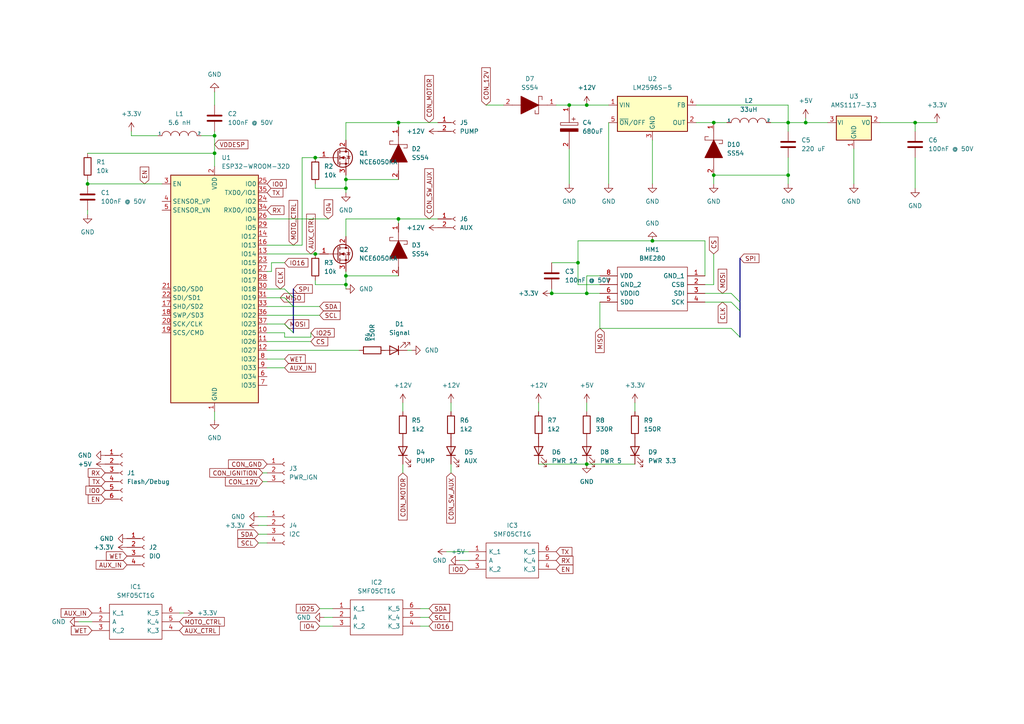
<source format=kicad_sch>
(kicad_sch (version 20211123) (generator eeschema)
  (paper "A4")
  (junction (at 170.18 30.48))
  (junction (at 424.18 81.28))
  (junction (at 91.44 45.72))
  (junction (at 233.68 35.56))
  (junction (at 370.84 99.06))
  (junction (at 91.44 73.66))
  (junction (at 370.84 85.09))
  (junction (at 345.44 99.06))
  (junction (at 189.23 69.85))
  (junction (at 335.28 99.06))
  (junction (at 170.18 134.62))
  (junction (at 501.65 143.51))
  (junction (at 448.31 76.2))
  (junction (at 335.28 73.66))
  (junction (at 228.6 50.8))
  (junction (at 165.1 30.48))
  (junction (at 486.41 138.43))
  (junction (at 345.44 73.66))
  (junction (at 160.02 85.09))
  (junction (at 207.01 35.56))
  (junction (at 443.23 162.56))
  (junction (at 356.87 73.66))
  (junction (at 207.01 50.8))
  (junction (at 374.65 115.57))
  (junction (at 167.64 76.2))
  (junction (at 448.31 63.5))
  (junction (at 440.69 53.34))
  (junction (at 100.33 80.01))
  (junction (at 322.58 99.06))
  (junction (at 345.44 127))
  (junction (at 370.84 115.57))
  (junction (at 445.77 162.56))
  (junction (at 115.57 63.5))
  (junction (at 115.57 35.56))
  (junction (at 100.33 52.07))
  (junction (at 488.95 86.36))
  (junction (at 100.33 54.61))
  (junction (at 358.14 127))
  (junction (at 448.31 43.18))
  (junction (at 62.23 44.45))
  (junction (at 170.18 85.09))
  (junction (at 228.6 35.56))
  (junction (at 448.31 162.56))
  (junction (at 100.33 82.55))
  (junction (at 424.18 68.58))
  (junction (at 335.28 127))
  (junction (at 62.23 39.37))
  (junction (at 486.41 146.05))
  (junction (at 411.48 115.57))
  (junction (at 25.4 53.34))
  (junction (at 389.89 115.57))
  (junction (at 265.43 35.56))
  (junction (at 478.79 69.85))
  (bus_entry (at 212.09 85.09) (size 2.54 2.54))
  (bus_entry (at 82.55 86.36) (size 2.54 2.54))
  (bus_entry (at 82.55 83.82) (size 2.54 2.54))
  (bus_entry (at 212.09 95.25) (size 2.54 2.54))
  (bus_entry (at 82.55 93.98) (size 2.54 2.54))
  (bus_entry (at 212.09 87.63) (size 2.54 2.54))
  (wire (pts (xy 58.42 39.37) (xy 62.23 39.37)))
  (wire (pts (xy 100.33 40.64) (xy 100.33 35.56)))
  (wire (pts (xy 345.44 127) (xy 358.14 127)))
  (wire (pts (xy 515.62 97.79) (xy 515.62 102.87)))
  (wire (pts (xy 100.33 52.07) (xy 115.57 52.07)))
  (wire (pts (xy 384.81 115.57) (xy 386.08 115.57)))
  (wire (pts (xy 478.79 146.05) (xy 486.41 146.05)))
  (wire (pts (xy 448.31 162.56) (xy 448.31 158.75)))
  (wire (pts (xy 478.79 138.43) (xy 486.41 138.43)))
  (wire (pts (xy 74.93 154.94) (xy 77.47 154.94)))
  (wire (pts (xy 466.09 113.03) (xy 472.44 113.03)))
  (wire (pts (xy 438.15 53.34) (xy 440.69 53.34)))
  (wire (pts (xy 377.19 99.06) (xy 377.19 100.33)))
  (wire (pts (xy 356.87 85.09) (xy 370.84 85.09)))
  (wire (pts (xy 100.33 78.74) (xy 100.33 80.01)))
  (wire (pts (xy 478.79 60.96) (xy 478.79 69.85)))
  (wire (pts (xy 78.74 78.74) (xy 77.47 78.74)))
  (wire (pts (xy 161.29 30.48) (xy 165.1 30.48)))
  (wire (pts (xy 322.58 88.9) (xy 322.58 86.36)))
  (wire (pts (xy 445.77 162.56) (xy 448.31 162.56)))
  (wire (pts (xy 345.44 73.66) (xy 356.87 73.66)))
  (wire (pts (xy 370.84 95.25) (xy 370.84 99.06)))
  (wire (pts (xy 115.57 35.56) (xy 127 35.56)))
  (wire (pts (xy 22.86 180.34) (xy 26.67 180.34)))
  (wire (pts (xy 486.41 135.89) (xy 486.41 138.43)))
  (wire (pts (xy 424.18 68.58) (xy 424.18 69.85)))
  (wire (pts (xy 466.09 115.57) (xy 472.44 115.57)))
  (wire (pts (xy 93.98 179.07) (xy 96.52 179.07)))
  (wire (pts (xy 100.33 80.01) (xy 115.57 80.01)))
  (wire (pts (xy 374.65 115.57) (xy 370.84 115.57)))
  (wire (pts (xy 92.71 176.53) (xy 96.52 176.53)))
  (wire (pts (xy 345.44 99.06) (xy 335.28 99.06)))
  (wire (pts (xy 91.44 53.34) (xy 91.44 54.61)))
  (wire (pts (xy 87.63 45.72) (xy 91.44 45.72)))
  (wire (pts (xy 356.87 73.66) (xy 370.84 73.66)))
  (wire (pts (xy 335.28 127) (xy 345.44 127)))
  (wire (pts (xy 466.09 148.59) (xy 469.9 148.59)))
  (wire (pts (xy 189.23 69.85) (xy 204.47 69.85)))
  (wire (pts (xy 140.97 30.48) (xy 146.05 30.48)))
  (wire (pts (xy 335.28 73.66) (xy 345.44 73.66)))
  (wire (pts (xy 440.69 162.56) (xy 443.23 162.56)))
  (bus (pts (xy 85.09 83.82) (xy 85.09 86.36)))
  (wire (pts (xy 255.27 35.56) (xy 265.43 35.56)))
  (wire (pts (xy 25.4 60.96) (xy 25.4 62.23)))
  (wire (pts (xy 25.4 53.34) (xy 46.99 53.34)))
  (wire (pts (xy 167.64 82.55) (xy 167.64 76.2)))
  (wire (pts (xy 77.47 73.66) (xy 91.44 73.66)))
  (wire (pts (xy 411.48 123.19) (xy 411.48 125.73)))
  (wire (pts (xy 425.45 53.34) (xy 430.53 53.34)))
  (wire (pts (xy 170.18 134.62) (xy 184.15 134.62)))
  (wire (pts (xy 478.79 69.85) (xy 478.79 92.71)))
  (wire (pts (xy 326.39 127) (xy 335.28 127)))
  (wire (pts (xy 74.93 149.86) (xy 77.47 149.86)))
  (wire (pts (xy 478.79 143.51) (xy 478.79 146.05)))
  (wire (pts (xy 62.23 119.38) (xy 62.23 121.92)))
  (wire (pts (xy 201.93 35.56) (xy 207.01 35.56)))
  (wire (pts (xy 204.47 82.55) (xy 207.01 82.55)))
  (wire (pts (xy 356.87 81.28) (xy 356.87 85.09)))
  (wire (pts (xy 466.09 151.13) (xy 469.9 151.13)))
  (wire (pts (xy 488.95 93.98) (xy 488.95 96.52)))
  (wire (pts (xy 326.39 73.66) (xy 326.39 78.74)))
  (wire (pts (xy 165.1 30.48) (xy 170.18 30.48)))
  (wire (pts (xy 501.65 128.27) (xy 501.65 143.51)))
  (wire (pts (xy 77.47 104.14) (xy 82.55 104.14)))
  (wire (pts (xy 25.4 44.45) (xy 62.23 44.45)))
  (wire (pts (xy 82.55 76.2) (xy 78.74 76.2)))
  (wire (pts (xy 204.47 85.09) (xy 212.09 85.09)))
  (wire (pts (xy 100.33 35.56) (xy 115.57 35.56)))
  (wire (pts (xy 358.14 115.57) (xy 370.84 115.57)))
  (wire (pts (xy 173.99 82.55) (xy 167.64 82.55)))
  (wire (pts (xy 100.33 63.5) (xy 115.57 63.5)))
  (wire (pts (xy 77.47 83.82) (xy 82.55 83.82)))
  (wire (pts (xy 411.48 115.57) (xy 425.45 115.57)))
  (wire (pts (xy 370.84 87.63) (xy 370.84 85.09)))
  (wire (pts (xy 448.31 40.64) (xy 448.31 43.18)))
  (wire (pts (xy 455.93 63.5) (xy 462.28 63.5)))
  (wire (pts (xy 170.18 85.09) (xy 173.99 85.09)))
  (wire (pts (xy 124.46 181.61) (xy 121.92 181.61)))
  (bus (pts (xy 214.63 74.93) (xy 214.63 87.63)))
  (wire (pts (xy 410.21 68.58) (xy 412.75 68.58)))
  (wire (pts (xy 424.18 77.47) (xy 424.18 81.28)))
  (wire (pts (xy 448.31 76.2) (xy 448.31 92.71)))
  (wire (pts (xy 170.18 80.01) (xy 170.18 85.09)))
  (wire (pts (xy 440.69 92.71) (xy 440.69 53.34)))
  (wire (pts (xy 124.46 179.07) (xy 121.92 179.07)))
  (wire (pts (xy 450.85 162.56) (xy 448.31 162.56)))
  (wire (pts (xy 326.39 111.76) (xy 322.58 111.76)))
  (wire (pts (xy 204.47 69.85) (xy 204.47 80.01)))
  (wire (pts (xy 100.33 82.55) (xy 100.33 83.82)))
  (wire (pts (xy 38.1 39.37) (xy 45.72 39.37)))
  (wire (pts (xy 345.44 99.06) (xy 345.44 119.38)))
  (wire (pts (xy 77.47 86.36) (xy 82.55 86.36)))
  (wire (pts (xy 77.47 88.9) (xy 85.09 88.9)))
  (wire (pts (xy 478.79 140.97) (xy 478.79 138.43)))
  (wire (pts (xy 345.44 81.28) (xy 345.44 99.06)))
  (wire (pts (xy 440.69 158.75) (xy 440.69 162.56)))
  (wire (pts (xy 204.47 87.63) (xy 212.09 87.63)))
  (wire (pts (xy 486.41 146.05) (xy 486.41 149.86)))
  (wire (pts (xy 377.19 115.57) (xy 374.65 115.57)))
  (wire (pts (xy 74.93 152.4) (xy 77.47 152.4)))
  (wire (pts (xy 443.23 162.56) (xy 445.77 162.56)))
  (wire (pts (xy 247.65 43.18) (xy 247.65 53.34)))
  (wire (pts (xy 488.95 86.36) (xy 495.3 86.36)))
  (wire (pts (xy 420.37 81.28) (xy 424.18 81.28)))
  (bus (pts (xy 214.63 90.17) (xy 214.63 97.79)))
  (wire (pts (xy 424.18 64.77) (xy 424.18 68.58)))
  (wire (pts (xy 381 125.73) (xy 381 118.11)))
  (wire (pts (xy 420.37 68.58) (xy 424.18 68.58)))
  (wire (pts (xy 78.74 76.2) (xy 78.74 78.74)))
  (wire (pts (xy 381 144.78) (xy 389.89 144.78)))
  (wire (pts (xy 381 133.35) (xy 381 137.16)))
  (wire (pts (xy 265.43 35.56) (xy 271.78 35.56)))
  (wire (pts (xy 62.23 38.1) (xy 62.23 39.37)))
  (wire (pts (xy 466.09 140.97) (xy 478.79 140.97)))
  (wire (pts (xy 62.23 44.45) (xy 62.23 48.26)))
  (wire (pts (xy 110.49 101.6) (xy 111.76 101.6)))
  (wire (pts (xy 358.14 127) (xy 370.84 127)))
  (wire (pts (xy 91.44 45.72) (xy 92.71 45.72)))
  (wire (pts (xy 370.84 99.06) (xy 345.44 99.06)))
  (wire (pts (xy 228.6 30.48) (xy 228.6 35.56)))
  (wire (pts (xy 377.19 99.06) (xy 370.84 99.06)))
  (wire (pts (xy 115.57 35.56) (xy 115.57 36.83)))
  (wire (pts (xy 76.2 139.7) (xy 77.47 139.7)))
  (wire (pts (xy 335.28 99.06) (xy 322.58 99.06)))
  (wire (pts (xy 62.23 39.37) (xy 62.23 44.45)))
  (wire (pts (xy 77.47 96.52) (xy 82.55 96.52)))
  (wire (pts (xy 322.58 99.06) (xy 322.58 102.87)))
  (wire (pts (xy 87.63 71.12) (xy 87.63 45.72)))
  (wire (pts (xy 167.64 69.85) (xy 189.23 69.85)))
  (wire (pts (xy 410.21 81.28) (xy 412.75 81.28)))
  (wire (pts (xy 370.84 99.06) (xy 370.84 105.41)))
  (wire (pts (xy 445.77 158.75) (xy 445.77 162.56)))
  (wire (pts (xy 228.6 50.8) (xy 228.6 53.34)))
  (wire (pts (xy 265.43 35.56) (xy 265.43 38.1)))
  (wire (pts (xy 466.09 102.87) (xy 472.44 102.87)))
  (wire (pts (xy 389.89 115.57) (xy 389.89 107.95)))
  (wire (pts (xy 515.62 78.74) (xy 515.62 83.82)))
  (wire (pts (xy 450.85 158.75) (xy 450.85 162.56)))
  (wire (pts (xy 228.6 35.56) (xy 233.68 35.56)))
  (wire (pts (xy 77.47 101.6) (xy 104.14 101.6)))
  (wire (pts (xy 486.41 128.27) (xy 501.65 128.27)))
  (wire (pts (xy 443.23 158.75) (xy 443.23 162.56)))
  (wire (pts (xy 100.33 52.07) (xy 100.33 54.61)))
  (wire (pts (xy 389.89 107.95) (xy 425.45 107.95)))
  (wire (pts (xy 233.68 34.29) (xy 233.68 35.56)))
  (wire (pts (xy 116.84 116.84) (xy 116.84 119.38)))
  (bus (pts (xy 85.09 88.9) (xy 85.09 96.52)))
  (wire (pts (xy 173.99 80.01) (xy 170.18 80.01)))
  (wire (pts (xy 358.14 119.38) (xy 358.14 115.57)))
  (wire (pts (xy 326.39 119.38) (xy 326.39 127)))
  (wire (pts (xy 119.38 101.6) (xy 118.11 101.6)))
  (wire (pts (xy 515.62 90.17) (xy 515.62 91.44)))
  (wire (pts (xy 440.69 53.34) (xy 440.69 43.18)))
  (wire (pts (xy 386.08 115.57) (xy 386.08 105.41)))
  (wire (pts (xy 77.47 93.98) (xy 82.55 93.98)))
  (wire (pts (xy 100.33 54.61) (xy 100.33 55.88)))
  (bus (pts (xy 85.09 86.36) (xy 85.09 88.9)))
  (wire (pts (xy 76.2 137.16) (xy 77.47 137.16)))
  (wire (pts (xy 400.05 115.57) (xy 411.48 115.57)))
  (wire (pts (xy 100.33 50.8) (xy 100.33 52.07)))
  (wire (pts (xy 100.33 80.01) (xy 100.33 82.55)))
  (wire (pts (xy 156.21 134.62) (xy 170.18 134.62)))
  (wire (pts (xy 38.1 38.1) (xy 38.1 39.37)))
  (wire (pts (xy 90.17 97.79) (xy 90.17 96.52)))
  (wire (pts (xy 160.02 83.82) (xy 160.02 85.09)))
  (wire (pts (xy 466.09 118.11) (xy 472.44 118.11)))
  (wire (pts (xy 173.99 95.25) (xy 173.99 87.63)))
  (wire (pts (xy 201.93 30.48) (xy 228.6 30.48)))
  (wire (pts (xy 322.58 86.36) (xy 326.39 86.36)))
  (bus (pts (xy 214.63 87.63) (xy 214.63 90.17)))
  (wire (pts (xy 455.93 76.2) (xy 461.01 76.2)))
  (wire (pts (xy 100.33 68.58) (xy 100.33 63.5)))
  (wire (pts (xy 91.44 54.61) (xy 100.33 54.61)))
  (wire (pts (xy 466.09 120.65) (xy 472.44 120.65)))
  (wire (pts (xy 370.84 85.09) (xy 375.92 85.09)))
  (wire (pts (xy 92.71 181.61) (xy 96.52 181.61)))
  (wire (pts (xy 207.01 50.8) (xy 207.01 53.34)))
  (wire (pts (xy 450.85 92.71) (xy 478.79 92.71)))
  (wire (pts (xy 411.48 138.43) (xy 425.45 138.43)))
  (wire (pts (xy 77.47 63.5) (xy 95.25 63.5)))
  (wire (pts (xy 165.1 43.18) (xy 165.1 53.34)))
  (wire (pts (xy 386.08 105.41) (xy 425.45 105.41)))
  (wire (pts (xy 448.31 53.34) (xy 448.31 63.5)))
  (wire (pts (xy 466.09 107.95) (xy 508 107.95)))
  (wire (pts (xy 443.23 86.36) (xy 488.95 86.36)))
  (wire (pts (xy 448.31 163.83) (xy 448.31 162.56)))
  (wire (pts (xy 25.4 52.07) (xy 25.4 53.34)))
  (wire (pts (xy 491.49 69.85) (xy 486.41 69.85)))
  (wire (pts (xy 207.01 73.66) (xy 207.01 82.55)))
  (wire (pts (xy 448.31 43.18) (xy 448.31 45.72)))
  (wire (pts (xy 82.55 96.52) (xy 82.55 97.79)))
  (wire (pts (xy 115.57 63.5) (xy 115.57 64.77)))
  (wire (pts (xy 53.34 177.8) (xy 52.07 177.8)))
  (wire (pts (xy 370.84 115.57) (xy 370.84 113.03)))
  (wire (pts (xy 130.81 116.84) (xy 130.81 119.38)))
  (wire (pts (xy 184.15 116.84) (xy 184.15 119.38)))
  (wire (pts (xy 85.09 88.9) (xy 92.71 88.9)))
  (wire (pts (xy 77.47 99.06) (xy 90.17 99.06)))
  (wire (pts (xy 115.57 63.5) (xy 127 63.5)))
  (wire (pts (xy 381 118.11) (xy 374.65 118.11)))
  (wire (pts (xy 62.23 26.67) (xy 62.23 30.48)))
  (wire (pts (xy 466.09 143.51) (xy 478.79 143.51)))
  (wire (pts (xy 335.28 81.28) (xy 335.28 99.06)))
  (wire (pts (xy 335.28 99.06) (xy 335.28 119.38)))
  (wire (pts (xy 129.54 160.02) (xy 135.89 160.02)))
  (wire (pts (xy 91.44 82.55) (xy 100.33 82.55)))
  (wire (pts (xy 445.77 92.71) (xy 445.77 81.28)))
  (wire (pts (xy 160.02 85.09) (xy 170.18 85.09)))
  (wire (pts (xy 82.55 97.79) (xy 90.17 97.79)))
  (wire (pts (xy 389.89 115.57) (xy 392.43 115.57)))
  (wire (pts (xy 322.58 96.52) (xy 322.58 99.06)))
  (wire (pts (xy 176.53 35.56) (xy 176.53 53.34)))
  (wire (pts (xy 223.52 35.56) (xy 228.6 35.56)))
  (wire (pts (xy 170.18 116.84) (xy 170.18 119.38)))
  (wire (pts (xy 383.54 85.09) (xy 383.54 102.87)))
  (wire (pts (xy 228.6 35.56) (xy 228.6 38.1)))
  (wire (pts (xy 207.01 35.56) (xy 210.82 35.56)))
  (wire (pts (xy 133.35 162.56) (xy 135.89 162.56)))
  (wire (pts (xy 91.44 81.28) (xy 91.44 82.55)))
  (wire (pts (xy 160.02 76.2) (xy 167.64 76.2)))
  (wire (pts (xy 486.41 157.48) (xy 501.65 157.48)))
  (wire (pts (xy 130.81 137.16) (xy 130.81 134.62)))
  (wire (pts (xy 77.47 91.44) (xy 92.71 91.44)))
  (wire (pts (xy 228.6 50.8) (xy 207.01 50.8)))
  (wire (pts (xy 322.58 111.76) (xy 322.58 110.49)))
  (wire (pts (xy 440.69 43.18) (xy 448.31 43.18)))
  (wire (pts (xy 389.89 144.78) (xy 389.89 115.57)))
  (wire (pts (xy 116.84 137.16) (xy 116.84 134.62)))
  (wire (pts (xy 91.44 73.66) (xy 92.71 73.66)))
  (wire (pts (xy 87.63 71.12) (xy 77.47 71.12)))
  (wire (pts (xy 370.84 115.57) (xy 370.84 119.38)))
  (wire (pts (xy 233.68 35.56) (xy 240.03 35.56)))
  (wire (pts (xy 124.46 176.53) (xy 121.92 176.53)))
  (wire (pts (xy 448.31 63.5) (xy 448.31 76.2)))
  (wire (pts (xy 156.21 116.84) (xy 156.21 119.38)))
  (wire (pts (xy 167.64 76.2) (xy 167.64 69.85)))
  (wire (pts (xy 411.48 149.86) (xy 411.48 146.05)))
  (wire (pts (xy 265.43 45.72) (xy 265.43 54.61)))
  (wire (pts (xy 326.39 73.66) (xy 335.28 73.66)))
  (wire (pts (xy 170.18 30.48) (xy 176.53 30.48)))
  (wire (pts (xy 443.23 92.71) (xy 443.23 86.36)))
  (wire (pts (xy 383.54 102.87) (xy 425.45 102.87)))
  (wire (pts (xy 374.65 118.11) (xy 374.65 115.57)))
  (wire (pts (xy 515.62 113.03) (xy 515.62 115.57)))
  (wire (pts (xy 189.23 40.64) (xy 189.23 53.34)))
  (wire (pts (xy 77.47 106.68) (xy 82.55 106.68)))
  (wire (pts (xy 445.77 81.28) (xy 424.18 81.28)))
  (wire (pts (xy 501.65 157.48) (xy 501.65 143.51)))
  (wire (pts (xy 212.09 95.25) (xy 173.99 95.25)))
  (wire (pts (xy 74.93 157.48) (xy 77.47 157.48)))
  (wire (pts (xy 228.6 45.72) (xy 228.6 50.8)))
  (wire (pts (xy 370.84 85.09) (xy 370.84 81.28)))
  (text "This selects SPI\npls double check" (at 464.82 157.48 0) (effects (font (size 1.27 1.27)) (justify left bottom)))
  (text "Vcc internal VREG\n" (at 436.88 27.94 0) (effects (font (size 1.27 1.27)) (justify left bottom)))
  (global_label "AUX_CTRL" (shape input) (at 52.07 182.88 0) (property "Intersheet References" "${INTERSHEET_REFS}" (effects hide)))
  (global_label "CS" (shape input) (at 207.01 73.66 90) (property "Intersheet References" "${INTERSHEET_REFS}" (effects hide)))
  (global_label "CLK" (shape input) (at 209.55 87.63 270) (property "Intersheet References" "${INTERSHEET_REFS}" (effects hide)))
  (global_label "IO25" (shape input) (at 92.71 176.53 180) (property "Intersheet References" "${INTERSHEET_REFS}" (effects hide)))
  (global_label "MISO" (shape input) (at 81.28 86.36 0) (property "Intersheet References" "${INTERSHEET_REFS}" (effects hide)))
  (global_label "IO0" (shape input) (at 30.48 142.24 180) (property "Intersheet References" "${INTERSHEET_REFS}" (effects hide)))
  (global_label "SCL" (shape input) (at 472.44 120.65 0) (property "Intersheet References" "${INTERSHEET_REFS}" (effects hide)))
  (global_label "WET" (shape input) (at 26.67 182.88 180) (property "Intersheet References" "${INTERSHEET_REFS}" (effects hide)))
  (global_label "MOTO_CTRL" (shape input) (at 52.07 180.34 0) (property "Intersheet References" "${INTERSHEET_REFS}" (effects hide)))
  (global_label "AUX_IN" (shape input) (at 82.55 106.68 0) (property "Intersheet References" "${INTERSHEET_REFS}" (effects hide)))
  (global_label "MOSI" (shape input) (at 82.55 93.98 0) (property "Intersheet References" "${INTERSHEET_REFS}" (effects hide)))
  (global_label "IO4" (shape input) (at 95.25 63.5 90) (property "Intersheet References" "${INTERSHEET_REFS}" (effects hide)))
  (global_label "AUX_CTRL" (shape input) (at 90.17 73.66 90) (property "Intersheet References" "${INTERSHEET_REFS}" (effects hide)))
  (global_label "WET" (shape input) (at 82.55 104.14 0) (property "Intersheet References" "${INTERSHEET_REFS}" (effects hide)))
  (global_label "SDA" (shape input) (at 92.71 88.9 0) (property "Intersheet References" "${INTERSHEET_REFS}" (effects hide)))
  (global_label "CON_MOTOR" (shape input) (at 116.84 137.16 270) (property "Intersheet References" "${INTERSHEET_REFS}" (effects hide)))
  (global_label "AUX_IN" (shape input) (at 26.67 177.8 180) (property "Intersheet References" "${INTERSHEET_REFS}" (effects hide)))
  (global_label "MISO" (shape input) (at 472.44 118.11 0) (property "Intersheet References" "${INTERSHEET_REFS}" (effects hide)))
  (global_label "TX" (shape input) (at 77.47 55.88 0) (property "Intersheet References" "${INTERSHEET_REFS}" (effects hide)))
  (global_label "RST" (shape input) (at 472.44 102.87 0) (property "Intersheet References" "${INTERSHEET_REFS}" (effects hide)))
  (global_label "SDA" (shape input) (at 124.46 176.53 0) (property "Intersheet References" "${INTERSHEET_REFS}" (effects hide)))
  (global_label "SCL" (shape input) (at 124.46 179.07 0) (property "Intersheet References" "${INTERSHEET_REFS}" (effects hide)))
  (global_label "TX" (shape input) (at 161.29 160.02 0) (property "Intersheet References" "${INTERSHEET_REFS}" (effects hide)))
  (global_label "MISO" (shape input) (at 173.99 95.25 270) (property "Intersheet References" "${INTERSHEET_REFS}" (effects hide)))
  (global_label "VDDESP" (shape input) (at 62.23 41.91 0) (property "Intersheet References" "${INTERSHEET_REFS}" (effects hide)))
  (global_label "CON_SW_AUX" (shape input) (at 124.46 63.5 90) (property "Intersheet References" "${INTERSHEET_REFS}" (effects hide)))
  (global_label "RX" (shape input) (at 161.29 162.56 0) (property "Intersheet References" "${INTERSHEET_REFS}" (effects hide)))
  (global_label "CS" (shape input) (at 90.17 99.06 0) (property "Intersheet References" "${INTERSHEET_REFS}" (effects hide)))
  (global_label "IO0" (shape input) (at 135.89 165.1 180) (property "Intersheet References" "${INTERSHEET_REFS}" (effects hide)))
  (global_label "EN" (shape input) (at 41.91 53.34 90) (property "Intersheet References" "${INTERSHEET_REFS}" (effects hide)))
  (global_label "SDA" (shape input) (at 74.93 154.94 180) (property "Intersheet References" "${INTERSHEET_REFS}" (effects hide)))
  (global_label "EN" (shape input) (at 161.29 165.1 0) (property "Intersheet References" "${INTERSHEET_REFS}" (effects hide)))
  (global_label "EN" (shape input) (at 30.48 144.78 180) (property "Intersheet References" "${INTERSHEET_REFS}" (effects hide)))
  (global_label "SPI" (shape input) (at 85.09 83.82 0) (property "Intersheet References" "${INTERSHEET_REFS}" (effects hide)))
  (global_label "IO25" (shape input) (at 90.17 96.52 0) (property "Intersheet References" "${INTERSHEET_REFS}" (effects hide)))
  (global_label "CON_SW_AUX" (shape input) (at 130.81 137.16 270) (property "Intersheet References" "${INTERSHEET_REFS}" (effects hide)))
  (global_label "MOSI" (shape input) (at 472.44 115.57 0) (property "Intersheet References" "${INTERSHEET_REFS}" (effects hide)))
  (global_label "CON_IGNITION" (shape input) (at 76.2 137.16 180) (property "Intersheet References" "${INTERSHEET_REFS}" (effects hide)))
  (global_label "SCL" (shape input) (at 74.93 157.48 180) (property "Intersheet References" "${INTERSHEET_REFS}" (effects hide)))
  (global_label "CON_MOTOR" (shape input) (at 124.46 35.56 90) (property "Intersheet References" "${INTERSHEET_REFS}" (effects hide)))
  (global_label "AUX_IN" (shape input) (at 36.83 163.83 180) (property "Intersheet References" "${INTERSHEET_REFS}" (effects hide)))
  (global_label "TX" (shape input) (at 30.48 139.7 180) (property "Intersheet References" "${INTERSHEET_REFS}" (effects hide)))
  (global_label "IO4" (shape input) (at 92.71 181.61 180) (property "Intersheet References" "${INTERSHEET_REFS}" (effects hide)))
  (global_label "IO0" (shape input) (at 77.47 53.34 0) (property "Intersheet References" "${INTERSHEET_REFS}" (effects hide)))
  (global_label "CON_12V" (shape input) (at 76.2 139.7 180) (property "Intersheet References" "${INTERSHEET_REFS}" (effects hide)))
  (global_label "CSR" (shape input) (at 472.44 113.03 0) (property "Intersheet References" "${INTERSHEET_REFS}" (effects hide)))
  (global_label "IO16" (shape input) (at 82.55 76.2 0) (property "Intersheet References" "${INTERSHEET_REFS}" (effects hide)))
  (global_label "SCL" (shape input) (at 92.71 91.44 0) (property "Intersheet References" "${INTERSHEET_REFS}" (effects hide)))
  (global_label "MOSI" (shape input) (at 209.55 85.09 90) (property "Intersheet References" "${INTERSHEET_REFS}" (effects hide)))
  (global_label "CON_12V" (shape input) (at 140.97 30.48 90) (property "Intersheet References" "${INTERSHEET_REFS}" (effects hide)))
  (global_label "SPI" (shape input) (at 214.63 74.93 0) (property "Intersheet References" "${INTERSHEET_REFS}" (effects hide)))
  (global_label "RX" (shape input) (at 77.47 60.96 0) (property "Intersheet References" "${INTERSHEET_REFS}" (effects hide)))
  (global_label "RX" (shape input) (at 30.48 137.16 180) (property "Intersheet References" "${INTERSHEET_REFS}" (effects hide)))
  (global_label "IO16" (shape input) (at 124.46 181.61 0) (property "Intersheet References" "${INTERSHEET_REFS}" (effects hide)))
  (global_label "WET" (shape input) (at 36.83 161.29 180) (property "Intersheet References" "${INTERSHEET_REFS}" (effects hide)))
  (global_label "CON_GND" (shape input) (at 77.47 134.62 180) (property "Intersheet References" "${INTERSHEET_REFS}" (effects hide)))
  (global_label "CLK" (shape input) (at 81.28 83.82 90) (property "Intersheet References" "${INTERSHEET_REFS}" (effects hide)))
  (global_label "MOTO_CTRL" (shape input) (at 85.09 71.12 90) (property "Intersheet References" "${INTERSHEET_REFS}" (effects hide)))
  (symbol (lib_id "Device:LED") (at 184.15 130.81 90) (unit 1)
    (property "Reference" "D9" (at 187.96 131.1274 90) (effects (justify right)))
    (property "Value" "PWR 3.3" (at 187.96 133.6674 90) (effects (justify right)))
    (property "Footprint" "LED_SMD:LED_0603_1608Metric" (effects hide))
    (property "LCSC" "C2286" (effects hide))
  )
  (symbol (lib_id "Device:R") (at 91.44 49.53 0) (unit 1)
    (property "Reference" "R2" (at 93.98 48.2599 0) (effects (justify left)))
    (property "Value" "10k" (at 93.98 50.7999 0) (effects (justify left)))
    (property "Footprint" "Resistor_SMD:R_0603_1608Metric" (effects hide))
    (property "LCSC" "C269701" (effects hide))
  )
  (symbol (lib_id "Device:C") (at 411.48 119.38 0) (unit 1)
    (property "Reference" "C?" (at 415.29 118.1099 0) (effects (justify left)))
    (property "Value" "0.1uF" (at 415.29 120.6499 0) (effects (justify left)))
    (property "Footprint" "Capacitor_SMD:C_0805_2012Metric" (effects hide))
  )
  (symbol (lib_id "Device:C") (at 488.95 90.17 180) (unit 1)
    (property "Reference" "C?" (at 492.76 88.8999 0) (effects (justify right)))
    (property "Value" "0.1uF" (at 492.76 91.4399 0) (effects (justify right)))
    (property "Footprint" "Capacitor_SMD:C_0805_2012Metric" (effects hide))
  )
  (symbol (lib_id "power:+5V") (at 233.68 34.29 0) (unit 1)
    (property "Reference" "#PWR0126" (effects hide))
    (property "Value" "+5V" (at 233.68 29.21 0))
  )
  (symbol (lib_id "power:GND") (at 462.28 63.5 90) (unit 1)
    (property "Reference" "#PWR?" (effects hide))
    (property "Value" "GND" (at 466.09 63.4999 90) (effects (justify right)))
  )
  (symbol (lib_id "power:GND") (at 207.01 53.34 0) (unit 1)
    (property "Reference" "#PWR0129" (effects hide))
    (property "Value" "GND" (at 207.01 58.42 0))
  )
  (symbol (lib_id "SamacSys_Parts:SS54") (at 163.83 30.48 180) (unit 1)
    (property "Reference" "D7" (at 153.67 22.86 0))
    (property "Value" "SS54" (at 153.67 25.4 0))
    (property "Footprint" "SamacSys_Parts:DIOM5026X262N" (effects hide))
    (property "Datasheet" "https://datasheet.lcsc.com/szlcsc/DIYI-Elec-Tech-SS54_C84165.pdf" (effects hide))
    (property "Description" "5.0 Amp Surface Mount Schottky Barrier Rectifier." (effects hide))
    (property "Height" "2.62" (effects hide))
    (property "Manufacturer_Name" "DIYI Elec Tech" (effects hide))
    (property "Manufacturer_Part_Number" "SS54" (effects hide))
    (property "LCSC" "C22452" (effects hide))
  )
  (symbol (lib_id "Device:R") (at 91.44 77.47 0) (unit 1)
    (property "Reference" "R3" (at 93.98 76.1999 0) (effects (justify left)))
    (property "Value" "10k" (at 93.98 78.7399 0) (effects (justify left)))
    (property "Footprint" "Resistor_SMD:R_0603_1608Metric" (effects hide))
    (property "LCSC" "C269701" (effects hide))
  )
  (symbol (lib_id "power:GND") (at 170.18 134.62 0) (unit 1)
    (property "Reference" "#PWR0123" (effects hide))
    (property "Value" "GND" (at 170.18 139.7 0))
  )
  (symbol (lib_id "power:GND") (at 100.33 55.88 0) (unit 1)
    (property "Reference" "#PWR0111" (effects hide))
    (property "Value" "GND" (at 100.33 60.96 0))
  )
  (symbol (lib_id "Transistor_FET:BSS138") (at 513.08 107.95 0) (unit 1)
    (property "Reference" "Q?" (at 519.43 106.6799 0) (effects (justify left)))
    (property "Value" "BSS138" (at 519.43 109.2199 0) (effects (justify left)))
    (property "Footprint" "Package_TO_SOT_SMD:SOT-23" (effects hide))
    (property "Datasheet" "https://www.onsemi.com/pub/Collateral/BSS138-D.PDF" (effects hide))
  )
  (symbol (lib_id "power:+12V") (at 130.81 116.84 0) (unit 1)
    (property "Reference" "#PWR0115" (effects hide))
    (property "Value" "+12V" (at 130.81 111.76 0))
  )
  (symbol (lib_id "Device:C") (at 228.6 41.91 0) (unit 1)
    (property "Reference" "C5" (at 232.41 40.6399 0) (effects (justify left)))
    (property "Value" "220 uF" (at 232.41 43.1799 0) (effects (justify left)))
    (property "Footprint" "Capacitor_SMD:C_1206_3216Metric" (effects hide))
    (property "LCSC" "C50254" (effects hide))
  )
  (symbol (lib_id "power:GND") (at 36.83 156.21 270) (unit 1)
    (property "Reference" "#PWR0104" (effects hide))
    (property "Value" "GND" (at 33.02 156.2099 90) (effects (justify right)))
  )
  (symbol (lib_id "power:+3.3V") (at 184.15 116.84 0) (unit 1)
    (property "Reference" "#PWR0121" (effects hide))
    (property "Value" "+3.3V" (at 184.15 111.76 0))
  )
  (symbol (lib_id "power:GND") (at 377.19 100.33 0) (unit 1)
    (property "Reference" "#PWR?" (effects hide))
    (property "Value" "GND" (at 377.19 105.41 0))
  )
  (symbol (lib_id "power:+3.3V") (at 160.02 85.09 90) (unit 1)
    (property "Reference" "#PWR0135" (effects hide))
    (property "Value" "+3.3V" (at 156.21 85.0899 90) (effects (justify left)))
  )
  (symbol (lib_id "Device:R") (at 326.39 115.57 0) (unit 1)
    (property "Reference" "R?" (at 328.93 114.2999 0) (effects (justify left)))
    (property "Value" "1.5" (at 328.93 116.8399 0) (effects (justify left)))
    (property "Footprint" "Resistor_SMD:R_0805_2012Metric" (effects hide))
  )
  (symbol (lib_id "power:VDD") (at 515.62 78.74 0) (unit 1)
    (property "Reference" "#PWR?" (effects hide))
    (property "Value" "VDD" (at 515.62 73.66 0))
  )
  (symbol (lib_id "power:+12V") (at 127 38.1 90) (unit 1)
    (property "Reference" "#PWR0118" (effects hide))
    (property "Value" "+12V" (at 123.19 38.0999 90) (effects (justify left)))
  )
  (symbol (lib_id "RF_NFC:PN5321A3HN_C1xx") (at 445.77 125.73 0) (mirror y) (unit 1)
    (property "Reference" "U?" (at 453.6187 90.17 0) (effects (justify right)))
    (property "Value" "PN5321A3HN_C1xx" (at 453.6187 92.71 0) (effects (justify right)))
    (property "Footprint" "Package_DFN_QFN:HVQFN-40-1EP_6x6mm_P0.5mm_EP4.1x4.1mm" (effects hide))
    (property "Datasheet" "https://www.nxp.com/docs/en/nxp/data-sheets/PN532_C1.pdf" (effects hide))
  )
  (symbol (lib_id "power:GND") (at 461.01 76.2 90) (unit 1)
    (property "Reference" "#PWR?" (effects hide))
    (property "Value" "GND" (at 464.82 76.1999 90) (effects (justify right)))
  )
  (symbol (lib_id "Device:R") (at 322.58 92.71 0) (unit 1)
    (property "Reference" "R?" (at 325.12 91.4399 0) (effects (justify left)))
    (property "Value" "NC" (at 325.12 93.9799 0) (effects (justify left)))
    (property "Footprint" "Resistor_SMD:R_0201_0603Metric" (effects hide))
  )
  (symbol (lib_id "power:+12V") (at 127 66.04 90) (unit 1)
    (property "Reference" "#PWR0117" (effects hide))
    (property "Value" "+12V" (at 123.19 66.0399 90) (effects (justify left)))
  )
  (symbol (lib_id "Device:C") (at 486.41 132.08 0) (unit 1)
    (property "Reference" "C?" (at 490.22 130.8099 0) (effects (justify left)))
    (property "Value" "20pF" (at 490.22 133.3499 0) (effects (justify left)))
    (property "Footprint" "Capacitor_SMD:C_0805_2012Metric" (effects hide))
  )
  (symbol (lib_id "Device:R") (at 156.21 123.19 0) (unit 1)
    (property "Reference" "R7" (at 158.75 121.9199 0) (effects (justify left)))
    (property "Value" "1k2" (at 158.75 124.4599 0) (effects (justify left)))
    (property "Footprint" "Resistor_SMD:R_0603_1608Metric" (effects hide))
    (property "LCSC" " C22765 " (effects hide))
  )
  (symbol (lib_id "Device:LED") (at 156.21 130.81 90) (unit 1)
    (property "Reference" "D6" (at 160.02 131.1274 90) (effects (justify right)))
    (property "Value" "PWR 12" (at 160.02 133.6674 90) (effects (justify right)))
    (property "Footprint" "LED_SMD:LED_0603_1608Metric" (effects hide))
    (property "LCSC" "C2286" (effects hide))
  )
  (symbol (lib_id "Device:C") (at 411.48 142.24 180) (unit 1)
    (property "Reference" "C?" (at 415.29 140.9699 0) (effects (justify right)))
    (property "Value" "10uF" (at 415.29 143.5099 0) (effects (justify right)))
    (property "Footprint" "Capacitor_SMD:C_0805_2012Metric" (effects hide))
  )
  (symbol (lib_id "power:VCC") (at 424.18 64.77 0) (unit 1)
    (property "Reference" "#PWR?" (effects hide))
    (property "Value" "VCC" (at 424.18 60.96 0))
  )
  (symbol (lib_id "power:GND") (at 410.21 81.28 270) (unit 1)
    (property "Reference" "#PWR?" (effects hide))
    (property "Value" "GND" (at 406.4 81.2799 90) (effects (justify right)))
  )
  (symbol (lib_id "Device:C") (at 345.44 123.19 0) (unit 1)
    (property "Reference" "C?" (at 349.25 121.9199 0) (effects (justify left)))
    (property "Value" "100pF" (at 349.25 124.4599 0) (effects (justify left)))
    (property "Footprint" "Capacitor_SMD:C_0805_2012Metric" (effects hide))
  )
  (symbol (lib_id "Device:C") (at 416.56 81.28 90) (unit 1)
    (property "Reference" "C?" (at 416.56 73.66 90))
    (property "Value" "10uF" (at 416.56 76.2 90))
    (property "Footprint" "Capacitor_SMD:C_0805_2012Metric" (effects hide))
  )
  (symbol (lib_id "power:GND") (at 448.31 163.83 0) (unit 1)
    (property "Reference" "#PWR?" (effects hide))
    (property "Value" "GND" (at 448.31 168.91 0))
  )
  (symbol (lib_id "Device:C") (at 452.12 76.2 90) (unit 1)
    (property "Reference" "C?" (at 452.12 68.58 90))
    (property "Value" "10uF" (at 452.12 71.12 90))
    (property "Footprint" "Capacitor_SMD:C_0805_2012Metric" (effects hide))
  )
  (symbol (lib_id "Device:LED") (at 114.3 101.6 180) (unit 1)
    (property "Reference" "D1" (at 115.8875 93.98 0))
    (property "Value" "Signal" (at 115.8875 96.52 0))
    (property "Footprint" "LED_SMD:LED_0603_1608Metric" (effects hide))
    (property "LCSC" "C2286" (effects hide))
  )
  (symbol (lib_id "pspice:INDUCTOR") (at 52.07 39.37 0) (unit 1)
    (property "Reference" "L1" (at 52.07 33.02 0))
    (property "Value" "5.6 nH" (at 52.07 35.56 0))
    (property "Footprint" "Inductor_SMD:L_0402_1005Metric" (effects hide))
    (property "LCSC" " C335632" (effects hide))
  )
  (symbol (lib_id "Connector:Conn_01x04_Female") (at 82.55 152.4 0) (unit 1)
    (property "Reference" "J4" (at 83.82 152.3999 0) (effects (justify left)))
    (property "Value" "I2C" (at 83.82 154.9399 0) (effects (justify left)))
    (property "Footprint" "Connector_PinHeader_2.54mm:PinHeader_1x04_P2.54mm_Vertical" (effects hide))
  )
  (symbol (lib_id "power:GND") (at 411.48 125.73 0) (unit 1)
    (property "Reference" "#PWR?" (effects hide))
    (property "Value" "GND" (at 411.48 130.81 0))
  )
  (symbol (lib_id "power:GND") (at 165.1 53.34 0) (unit 1)
    (property "Reference" "#PWR0132" (effects hide))
    (property "Value" "GND" (at 165.1 58.42 0))
  )
  (symbol (lib_id "RF_Module:ESP32-WROOM-32D") (at 62.23 83.82 0) (unit 1)
    (property "Reference" "U1" (at 64.2494 45.72 0) (effects (justify left)))
    (property "Value" "ESP32-WROOM-32D" (at 64.2494 48.26 0) (effects (justify left)))
    (property "Footprint" "RF_Module:ESP32-WROOM-32" (effects hide))
    (property "Datasheet" "https://www.espressif.com/sites/default/files/documentation/esp32-wroom-32d_esp32-wroom-32u_datasheet_en.pdf" (effects hide))
    (property "LCSC" "C473012" (effects hide))
  )
  (symbol (lib_id "power:GND") (at 247.65 53.34 0) (unit 1)
    (property "Reference" "#PWR0125" (effects hide))
    (property "Value" "GND" (at 247.65 58.42 0))
  )
  (symbol (lib_id "Device:FerriteBead") (at 448.31 49.53 0) (unit 1)
    (property "Reference" "FB?" (at 452.12 48.2091 0) (effects (justify left)))
    (property "Value" "FerriteBead" (at 452.12 50.7491 0) (effects (justify left)))
    (property "Footprint" "Inductor_SMD:L_0805_2012Metric" (effects hide))
  )
  (symbol (lib_id "Device:R") (at 322.58 106.68 0) (unit 1)
    (property "Reference" "R?" (at 325.12 105.4099 0) (effects (justify left)))
    (property "Value" "NC" (at 325.12 107.9499 0) (effects (justify left)))
    (property "Footprint" "Resistor_SMD:R_0201_0603Metric" (effects hide))
  )
  (symbol (lib_id "SamacSys_Parts:SMF05CT1G") (at 96.52 176.53 0) (unit 1)
    (property "Reference" "IC2" (at 109.22 168.91 0))
    (property "Value" "SMF05CT1G" (at 109.22 171.45 0))
    (property "Footprint" "SamacSys_Parts:SOT65P210X110-6N" (effects hide))
    (property "Datasheet" "http://www.onsemi.com/pub/Collateral/SMF05C-D.PDF" (effects hide))
    (property "Description" "5-Line Transient Voltage Suppressor Array" (effects hide))
    (property "Height" "1.1" (effects hide))
    (property "Mouser Part Number" "863-SMF05CT1G" (effects hide))
    (property "Mouser Price/Stock" "https://www.mouser.co.uk/ProductDetail/onsemi/SMF05CT1G?qs=xZq1yRCsb1c8sZHBbx4IBw%3D%3D" (effects hide))
    (property "Manufacturer_Name" "onsemi" (effects hide))
    (property "Manufacturer_Part_Number" "SMF05CT1G" (effects hide))
    (property "LCSC" "C15879" (effects hide))
  )
  (symbol (lib_id "Device:C") (at 265.43 41.91 0) (unit 1)
    (property "Reference" "C6" (at 269.24 40.6399 0) (effects (justify left)))
    (property "Value" "100nF @ 50V" (at 269.24 43.1799 0) (effects (justify left)))
    (property "Footprint" "Capacitor_SMD:C_0603_1608Metric" (effects hide))
    (property "LCSC" "C14663" (effects hide))
  )
  (symbol (lib_id "power:+12V") (at 116.84 116.84 0) (unit 1)
    (property "Reference" "#PWR0116" (effects hide))
    (property "Value" "+12V" (at 116.84 111.76 0))
  )
  (symbol (lib_id "Device:C") (at 434.34 53.34 90) (unit 1)
    (property "Reference" "C?" (at 434.34 45.72 90))
    (property "Value" "10uF" (at 434.34 48.26 90))
    (property "Footprint" "Capacitor_SMD:C_0805_2012Metric" (effects hide))
  )
  (symbol (lib_id "power:VDD") (at 469.9 151.13 270) (unit 1)
    (property "Reference" "#PWR?" (effects hide))
    (property "Value" "VDD" (at 473.71 151.1299 90) (effects (justify left)))
  )
  (symbol (lib_id "power:GND") (at 411.48 149.86 0) (unit 1)
    (property "Reference" "#PWR?" (effects hide))
    (property "Value" "GND" (at 411.48 154.94 0))
  )
  (symbol (lib_id "Device:C") (at 381 140.97 0) (unit 1)
    (property "Reference" "C?" (at 384.81 139.6999 0) (effects (justify left)))
    (property "Value" "1000pF" (at 384.81 142.2399 0) (effects (justify left)))
    (property "Footprint" "Capacitor_SMD:C_0805_2012Metric" (effects hide))
  )
  (symbol (lib_id "Device:R") (at 107.95 101.6 90) (unit 1)
    (property "Reference" "R4" (at 106.6799 99.06 0) (effects (justify left)))
    (property "Value" "150R" (at 107.9499 99.06 0) (effects (justify left)))
    (property "Footprint" "Resistor_SMD:R_0603_1608Metric" (effects hide))
    (property "LCSC" " C22808 " (effects hide))
  )
  (symbol (lib_id "Device:R") (at 170.18 123.19 0) (unit 1)
    (property "Reference" "R8" (at 172.72 121.9199 0) (effects (justify left)))
    (property "Value" "330R" (at 172.72 124.4599 0) (effects (justify left)))
    (property "Footprint" "Resistor_SMD:R_0603_1608Metric" (effects hide))
    (property "LCSC" "C23138" (effects hide))
  )
  (symbol (lib_id "Device:C") (at 358.14 123.19 0) (unit 1)
    (property "Reference" "C?" (at 361.95 121.9199 0) (effects (justify left)))
    (property "Value" "22pF" (at 361.95 124.4599 0) (effects (justify left)))
    (property "Footprint" "Capacitor_SMD:C_0805_2012Metric" (effects hide))
  )
  (symbol (lib_id "Regulator_Linear:AMS1117-3.3") (at 247.65 35.56 0) (unit 1)
    (property "Reference" "U3" (at 247.65 27.94 0))
    (property "Value" "AMS1117-3.3" (at 247.65 30.48 0))
    (property "Footprint" "Package_TO_SOT_SMD:SOT-223-3_TabPin2" (effects hide))
    (property "Datasheet" "http://www.advanced-monolithic.com/pdf/ds1117.pdf" (effects hide))
    (property "LCSC" "C6186" (effects hide))
  )
  (symbol (lib_id "power:+12V") (at 170.18 30.48 0) (unit 1)
    (property "Reference" "#PWR0134" (effects hide))
    (property "Value" "+12V" (at 170.18 25.4 0))
  )
  (symbol (lib_id "power:GND") (at 25.4 62.23 0) (unit 1)
    (property "Reference" "#PWR0109" (effects hide))
    (property "Value" "GND" (at 25.4 67.31 0))
  )
  (symbol (lib_id "Device:C") (at 335.28 77.47 0) (unit 1)
    (property "Reference" "C?" (at 339.09 76.1999 0) (effects (justify left)))
    (property "Value" "NC" (at 339.09 78.7399 0) (effects (justify left)))
    (property "Footprint" "Capacitor_SMD:C_0805_2012Metric" (effects hide))
  )
  (symbol (lib_id "power:GND") (at 469.9 148.59 90) (unit 1)
    (property "Reference" "#PWR?" (effects hide))
    (property "Value" "GND" (at 473.71 148.5899 90) (effects (justify right)))
  )
  (symbol (lib_id "Device:C") (at 62.23 34.29 0) (unit 1)
    (property "Reference" "C2" (at 66.04 33.0199 0) (effects (justify left)))
    (property "Value" "100nF @ 50V" (at 66.04 35.5599 0) (effects (justify left)))
    (property "Footprint" "Capacitor_SMD:C_0603_1608Metric" (effects hide))
    (property "LCSC" "C14663" (effects hide))
  )
  (symbol (lib_id "Connector:Conn_01x06_Female") (at 35.56 137.16 0) (unit 1)
    (property "Reference" "J1" (at 36.83 137.1599 0) (effects (justify left)))
    (property "Value" "Flash/Debug" (at 36.83 139.6999 0) (effects (justify left)))
    (property "Footprint" "Connector_PinHeader_2.54mm:PinHeader_2x03_P2.54mm_Vertical" (effects hide))
  )
  (symbol (lib_id "power:GND") (at 265.43 54.61 0) (unit 1)
    (property "Reference" "#PWR0128" (effects hide))
    (property "Value" "GND" (at 265.43 59.69 0))
  )
  (symbol (lib_id "Device:C") (at 482.6 69.85 90) (unit 1)
    (property "Reference" "C?" (at 482.6 62.23 90))
    (property "Value" "0.1uF" (at 482.6 64.77 90))
    (property "Footprint" "Capacitor_SMD:C_0805_2012Metric" (effects hide))
  )
  (symbol (lib_name "AO3400A_1") (lib_id "Transistor_FET:AO3400A") (at 97.79 45.72 0) (unit 1)
    (property "Reference" "Q1" (at 104.14 44.4499 0) (effects (justify left)))
    (property "Value" "NCE6050KA" (at 104.14 46.9899 0) (effects (justify left)))
    (property "Footprint" "Package_TO_SOT_SMD:TO-252-2" (effects hide))
    (property "Datasheet" "https://datasheet.lcsc.com/lcsc/1809042027_Wuxi-NCE-Power-Semiconductor-NCE6050KA_C96013.pdf" (effects hide))
    (property "LCSC" "C96013" (effects hide))
  )
  (symbol (lib_id "power:GND") (at 228.6 53.34 0) (unit 1)
    (property "Reference" "#PWR0124" (effects hide))
    (property "Value" "GND" (at 228.6 58.42 0))
  )
  (symbol (lib_id "pspice:INDUCTOR") (at 217.17 35.56 0) (unit 1)
    (property "Reference" "L2" (at 217.17 29.21 0))
    (property "Value" "33uH" (at 217.17 31.75 0))
    (property "Footprint" "Inductor_SMD:L_12x12mm_H8mm" (effects hide))
    (property "LCSC" "C339951" (effects hide))
  )
  (symbol (lib_id "power:+5V") (at 30.48 134.62 90) (unit 1)
    (property "Reference" "#PWR0101" (effects hide))
    (property "Value" "+5V" (at 26.67 134.6199 90) (effects (justify left)))
  )
  (symbol (lib_id "power:GND") (at 501.65 143.51 90) (unit 1)
    (property "Reference" "#PWR?" (effects hide))
    (property "Value" "GND" (at 505.46 143.5099 90) (effects (justify right)))
  )
  (symbol (lib_id "Regulator_Switching:LM2596S-5") (at 189.23 33.02 0) (unit 1)
    (property "Reference" "U2" (at 189.23 22.86 0))
    (property "Value" "LM2596S-5" (at 189.23 25.4 0))
    (property "Footprint" "Package_TO_SOT_SMD:TO-263-5_TabPin3" (effects hide))
    (property "Datasheet" "http://www.ti.com/lit/ds/symlink/lm2596.pdf" (effects hide))
    (property "LCSC" "C10002" (effects hide))
  )
  (symbol (lib_id "power:GND") (at 30.48 132.08 270) (unit 1)
    (property "Reference" "#PWR0102" (effects hide))
    (property "Value" "GND" (at 26.67 132.0799 90) (effects (justify right)))
  )
  (symbol (lib_id "SamacSys_Parts:SMF05CT1G") (at 135.89 160.02 0) (unit 1)
    (property "Reference" "IC3" (at 148.59 152.4 0))
    (property "Value" "SMF05CT1G" (at 148.59 154.94 0))
    (property "Footprint" "SamacSys_Parts:SOT65P210X110-6N" (effects hide))
    (property "Datasheet" "http://www.onsemi.com/pub/Collateral/SMF05C-D.PDF" (effects hide))
    (property "Description" "5-Line Transient Voltage Suppressor Array" (effects hide))
    (property "Height" "1.1" (effects hide))
    (property "Mouser Part Number" "863-SMF05CT1G" (effects hide))
    (property "Mouser Price/Stock" "https://www.mouser.co.uk/ProductDetail/onsemi/SMF05CT1G?qs=xZq1yRCsb1c8sZHBbx4IBw%3D%3D" (effects hide))
    (property "Manufacturer_Name" "onsemi" (effects hide))
    (property "Manufacturer_Part_Number" "SMF05CT1G" (effects hide))
    (property "LCSC" "C15879" (effects hide))
  )
  (symbol (lib_id "Device:L") (at 379.73 85.09 90) (unit 1)
    (property "Reference" "L?" (at 379.73 78.74 90))
    (property "Value" "560nH" (at 379.73 81.28 90))
    (property "Footprint" "Inductor_SMD:L_0805_2012Metric" (effects hide))
  )
  (symbol (lib_id "Device:R") (at 396.24 115.57 90) (unit 1)
    (property "Reference" "R?" (at 396.24 109.22 90))
    (property "Value" "1k" (at 396.24 111.76 90))
    (property "Footprint" "Resistor_SMD:R_0805_2012Metric" (effects hide))
  )
  (symbol (lib_id "Connector:Conn_01x04_Female") (at 41.91 158.75 0) (unit 1)
    (property "Reference" "J2" (at 43.18 158.7499 0) (effects (justify left)))
    (property "Value" "DIO" (at 43.18 161.2899 0) (effects (justify left)))
    (property "Footprint" "Connector_PinHeader_2.54mm:PinHeader_1x04_P2.54mm_Vertical" (effects hide))
  )
  (symbol (lib_name "AO3400A_1") (lib_id "Transistor_FET:AO3400A") (at 97.79 73.66 0) (unit 1)
    (property "Reference" "Q2" (at 104.14 72.3899 0) (effects (justify left)))
    (property "Value" "NCE6050KA" (at 104.14 74.9299 0) (effects (justify left)))
    (property "Footprint" "Package_TO_SOT_SMD:TO-252-2" (effects hide))
    (property "Datasheet" "https://datasheet.lcsc.com/lcsc/1809042027_Wuxi-NCE-Power-Semiconductor-NCE6050KA_C96013.pdf" (effects hide))
    (property "LCSC" "C96013" (effects hide))
  )
  (symbol (lib_id "Device:LED") (at 170.18 130.81 90) (unit 1)
    (property "Reference" "D8" (at 173.99 131.1274 90) (effects (justify right)))
    (property "Value" "PWR 5" (at 173.99 133.6674 90) (effects (justify right)))
    (property "Footprint" "LED_SMD:LED_0603_1608Metric" (effects hide))
    (property "LCSC" "C2286" (effects hide))
  )
  (symbol (lib_id "power:+3.3V") (at 53.34 177.8 270) (unit 1)
    (property "Reference" "#PWR0106" (effects hide))
    (property "Value" "+3.3V" (at 57.15 177.7999 90) (effects (justify left)))
  )
  (symbol (lib_id "Device:C") (at 370.84 123.19 0) (unit 1)
    (property "Reference" "C?" (at 374.65 121.9199 0) (effects (justify left)))
    (property "Value" "NC" (at 374.65 124.4599 0) (effects (justify left)))
    (property "Footprint" "Capacitor_SMD:C_0805_2012Metric" (effects hide))
  )
  (symbol (lib_id "SamacSys_Parts:VZH681M1ETR-1313") (at 165.1 30.48 270) (unit 1)
    (property "Reference" "C4" (at 168.91 35.5599 90) (effects (justify left)))
    (property "Value" "680uF" (at 168.91 38.0999 90) (effects (justify left)))
    (property "Footprint" "SamacSys_Parts:CAPAE1300X1400N" (effects hide))
    (property "Datasheet" "https://www.mouser.co.uk/datasheet/2/231/151002387394-1222329.pdf" (effects hide))
    (property "Description" "SMD Aluminum Electrolytic Capacitors VZH Series" (effects hide))
    (property "Height" "14" (effects hide))
    (property "Manufacturer_Name" "Lelon" (effects hide))
    (property "Manufacturer_Part_Number" "VZH681M1ETR-1313" (effects hide))
    (property "LCSC" "C249954" (effects hide))
  )
  (symbol (lib_id "Connector:Conn_01x02_Female") (at 132.08 35.56 0) (unit 1)
    (property "Reference" "J5" (at 133.35 35.5599 0) (effects (justify left)))
    (property "Value" "PUMP" (at 133.35 38.0999 0) (effects (justify left)))
    (property "Footprint" "Connector_PinHeader_2.54mm:PinHeader_1x02_P2.54mm_Vertical" (effects hide))
  )
  (symbol (lib_id "power:GND") (at 74.93 149.86 270) (unit 1)
    (property "Reference" "#PWR0112" (effects hide))
    (property "Value" "GND" (at 71.12 149.8599 90) (effects (justify right)))
  )
  (symbol (lib_id "power:+3.3V") (at 271.78 35.56 0) (unit 1)
    (property "Reference" "#PWR0127" (effects hide))
    (property "Value" "+3.3V" (at 271.78 30.48 0))
  )
  (symbol (lib_id "power:GND") (at 176.53 53.34 0) (unit 1)
    (property "Reference" "#PWR0133" (effects hide))
    (property "Value" "GND" (at 176.53 58.42 0))
  )
  (symbol (lib_id "Device:C") (at 356.87 77.47 0) (unit 1)
    (property "Reference" "C?" (at 360.68 76.1999 0) (effects (justify left)))
    (property "Value" "22pF" (at 360.68 78.7399 0) (effects (justify left)))
    (property "Footprint" "Capacitor_SMD:C_0805_2012Metric" (effects hide))
  )
  (symbol (lib_id "Connector:Conn_01x03_Female") (at 82.55 137.16 0) (unit 1)
    (property "Reference" "J3" (at 83.82 135.8899 0) (effects (justify left)))
    (property "Value" "PWR_IGN" (at 83.82 138.4299 0) (effects (justify left)))
    (property "Footprint" "Connector_PinHeader_2.54mm:PinHeader_1x03_P2.54mm_Vertical" (effects hide))
  )
  (symbol (lib_id "power:VCC") (at 448.31 40.64 0) (unit 1)
    (property "Reference" "#PWR?" (effects hide))
    (property "Value" "VCC" (at 448.31 36.83 0))
  )
  (symbol (lib_id "Device:C") (at 416.56 68.58 90) (unit 1)
    (property "Reference" "C?" (at 416.56 60.96 90))
    (property "Value" "0.1uF" (at 416.56 63.5 90))
    (property "Footprint" "Capacitor_SMD:C_0805_2012Metric" (effects hide))
  )
  (symbol (lib_id "Device:Crystal") (at 486.41 142.24 90) (unit 1)
    (property "Reference" "Y?" (at 490.22 140.9699 90) (effects (justify right)))
    (property "Value" "27.12 MHz" (at 490.22 143.5099 90) (effects (justify right)))
    (property "Footprint" "Crystal:Crystal_SMD_3225-4Pin_3.2x2.5mm" (effects hide))
    (property "LCSC" "C2149099" (effects hide))
  )
  (symbol (lib_id "power:GND") (at 189.23 69.85 180) (unit 1)
    (property "Reference" "#PWR0131" (effects hide))
    (property "Value" "GND" (at 189.23 64.77 0))
  )
  (symbol (lib_id "power:+5V") (at 129.54 160.02 90) (unit 1)
    (property "Reference" "#PWR0137" (effects hide))
    (property "Value" "+5V" (at 130.81 160.0199 90) (effects (justify right)))
  )
  (symbol (lib_id "Device:R") (at 326.39 82.55 0) (unit 1)
    (property "Reference" "R?" (at 328.93 81.2799 0) (effects (justify left)))
    (property "Value" "1.5" (at 328.93 83.8199 0) (effects (justify left)))
    (property "Footprint" "Resistor_SMD:R_0805_2012Metric" (effects hide))
  )
  (symbol (lib_id "power:GND") (at 62.23 26.67 180) (unit 1)
    (property "Reference" "#PWR0110" (effects hide))
    (property "Value" "GND" (at 62.23 21.59 0))
  )
  (symbol (lib_id "Device:R") (at 130.81 123.19 0) (unit 1)
    (property "Reference" "R6" (at 133.35 121.9199 0) (effects (justify left)))
    (property "Value" "1k2" (at 133.35 124.4599 0) (effects (justify left)))
    (property "Footprint" "Resistor_SMD:R_0603_1608Metric" (effects hide))
    (property "LCSC" " C22765 " (effects hide))
  )
  (symbol (lib_id "power:GND") (at 488.95 96.52 0) (unit 1)
    (property "Reference" "#PWR?" (effects hide))
    (property "Value" "GND" (at 488.95 101.6 0))
  )
  (symbol (lib_id "Connector:Conn_01x02_Female") (at 132.08 63.5 0) (unit 1)
    (property "Reference" "J6" (at 133.35 63.4999 0) (effects (justify left)))
    (property "Value" "AUX" (at 133.35 66.0399 0) (effects (justify left)))
    (property "Footprint" "Connector_PinHeader_2.54mm:PinHeader_1x02_P2.54mm_Vertical" (effects hide))
  )
  (symbol (lib_id "power:GND") (at 133.35 162.56 270) (unit 1)
    (property "Reference" "#PWR0138" (effects hide))
    (property "Value" "GND" (at 129.54 162.5599 90) (effects (justify right)))
  )
  (symbol (lib_id "power:+12V") (at 156.21 116.84 0) (unit 1)
    (property "Reference" "#PWR0136" (effects hide))
    (property "Value" "+12V" (at 156.21 111.76 0))
  )
  (symbol (lib_id "Device:R") (at 116.84 123.19 0) (unit 1)
    (property "Reference" "R5" (at 119.38 121.9199 0) (effects (justify left)))
    (property "Value" "1k2" (at 119.38 124.4599 0) (effects (justify left)))
    (property "Footprint" "Resistor_SMD:R_0603_1608Metric" (effects hide))
    (property "LCSC" " C22765 " (effects hide))
  )
  (symbol (lib_id "SamacSys_Parts:BME280") (at 173.99 80.01 0) (unit 1)
    (property "Reference" "HM1" (at 189.23 72.39 0))
    (property "Value" "BME280" (at 189.23 74.93 0))
    (property "Footprint" "SamacSys_Parts:BME280" (effects hide))
    (property "Datasheet" "https://datasheet.datasheetarchive.com/originals/distributors/DKDS-24/462906.pdf" (effects hide))
    (property "Description" "Board Mount Humidity Sensors" (effects hide))
    (property "Mouser Part Number" "262-BME280" (effects hide))
    (property "Mouser Price/Stock" "https://www.mouser.co.uk/ProductDetail/Bosch-Sensortec/BME280?qs=2OnyuXx6vpj2fK9HX7qb3g%3D%3D" (effects hide))
    (property "Manufacturer_Name" "Bosch Sensortec" (effects hide))
    (property "Manufacturer_Part_Number" "BME280" (effects hide))
  )
  (symbol (lib_id "power:GND") (at 119.38 101.6 90) (unit 1)
    (property "Reference" "#PWR0119" (effects hide))
    (property "Value" "GND" (at 123.19 101.5999 90) (effects (justify right)))
  )
  (symbol (lib_id "Device:C") (at 452.12 63.5 90) (unit 1)
    (property "Reference" "C?" (at 452.12 55.88 90))
    (property "Value" "0.1uF" (at 452.12 58.42 90))
    (property "Footprint" "Capacitor_SMD:C_0805_2012Metric" (effects hide))
  )
  (symbol (lib_id "Device:C") (at 335.28 123.19 0) (unit 1)
    (property "Reference" "C?" (at 339.09 121.9199 0) (effects (justify left)))
    (property "Value" "NC" (at 339.09 124.4599 0) (effects (justify left)))
    (property "Footprint" "Capacitor_SMD:C_0805_2012Metric" (effects hide))
  )
  (symbol (lib_id "power:+3.3V") (at 38.1 38.1 0) (unit 1)
    (property "Reference" "#PWR0108" (effects hide))
    (property "Value" "+3.3V" (at 38.1 33.02 0))
  )
  (symbol (lib_id "power:+3.3V") (at 36.83 158.75 90) (unit 1)
    (property "Reference" "#PWR0103" (effects hide))
    (property "Value" "+3.3V" (at 33.02 158.7499 90) (effects (justify left)))
  )
  (symbol (lib_id "SamacSys_Parts:SS54") (at 115.57 34.29 270) (unit 1)
    (property "Reference" "D2" (at 119.38 43.1799 90) (effects (justify left)))
    (property "Value" "SS54" (at 119.38 45.7199 90) (effects (justify left)))
    (property "Footprint" "SamacSys_Parts:DIOM5026X262N" (effects hide))
    (property "Datasheet" "https://datasheet.lcsc.com/szlcsc/DIYI-Elec-Tech-SS54_C84165.pdf" (effects hide))
    (property "Description" "5.0 Amp Surface Mount Schottky Barrier Rectifier." (effects hide))
    (property "Height" "2.62" (effects hide))
    (property "Manufacturer_Name" "DIYI Elec Tech" (effects hide))
    (property "Manufacturer_Part_Number" "SS54" (effects hide))
    (property "LCSC" "C22452" (effects hide))
  )
  (symbol (lib_id "power:GND") (at 515.62 115.57 0) (unit 1)
    (property "Reference" "#PWR?" (effects hide))
    (property "Value" "GND" (at 515.6201 119.38 90) (effects (justify right)))
  )
  (symbol (lib_id "power:GND") (at 100.33 83.82 90) (unit 1)
    (property "Reference" "#PWR0120" (effects hide))
    (property "Value" "GND" (at 104.14 83.8199 90) (effects (justify right)))
  )
  (symbol (lib_id "power:GND") (at 491.49 69.85 90) (unit 1)
    (property "Reference" "#PWR?" (effects hide))
    (property "Value" "GND" (at 495.3 69.8499 90) (effects (justify right)))
  )
  (symbol (lib_id "power:GND") (at 93.98 179.07 270) (unit 1)
    (property "Reference" "#PWR0114" (effects hide))
    (property "Value" "GND" (at 90.17 179.0699 90) (effects (justify right)))
  )
  (symbol (lib_id "SamacSys_Parts:SS54") (at 115.57 62.23 270) (unit 1)
    (property "Reference" "D3" (at 119.38 71.1199 90) (effects (justify left)))
    (property "Value" "SS54" (at 119.38 73.6599 90) (effects (justify left)))
    (property "Footprint" "SamacSys_Parts:DIOM5026X262N" (effects hide))
    (property "Datasheet" "https://datasheet.lcsc.com/szlcsc/DIYI-Elec-Tech-SS54_C84165.pdf" (effects hide))
    (property "Description" "5.0 Amp Surface Mount Schottky Barrier Rectifier." (effects hide))
    (property "Height" "2.62" (effects hide))
    (property "Manufacturer_Name" "DIYI Elec Tech" (effects hide))
    (property "Manufacturer_Part_Number" "SS54" (effects hide))
    (property "LCSC" "C22452" (effects hide))
  )
  (symbol (lib_id "Device:LED") (at 130.81 130.81 90) (unit 1)
    (property "Reference" "D5" (at 134.62 131.1274 90) (effects (justify right)))
    (property "Value" "AUX" (at 134.62 133.6674 90) (effects (justify right)))
    (property "Footprint" "LED_SMD:LED_0603_1608Metric" (effects hide))
    (property "LCSC" "C2286" (effects hide))
  )
  (symbol (lib_id "Device:R") (at 184.15 123.19 0) (unit 1)
    (property "Reference" "R9" (at 186.69 121.9199 0) (effects (justify left)))
    (property "Value" "150R" (at 186.69 124.4599 0) (effects (justify left)))
    (property "Footprint" "Resistor_SMD:R_0603_1608Metric" (effects hide))
    (property "LCSC" " C22808 " (effects hide))
  )
  (symbol (lib_id "power:VDD") (at 478.79 60.96 0) (unit 1)
    (property "Reference" "#PWR?" (effects hide))
    (property "Value" "VDD" (at 478.79 57.15 0))
  )
  (symbol (lib_id "Device:LED") (at 116.84 130.81 90) (unit 1)
    (property "Reference" "D4" (at 120.65 131.1274 90) (effects (justify right)))
    (property "Value" "PUMP" (at 120.65 133.6674 90) (effects (justify right)))
    (property "Footprint" "LED_SMD:LED_0603_1608Metric" (effects hide))
    (property "LCSC" "C2286" (effects hide))
  )
  (symbol (lib_id "power:GND") (at 189.23 53.34 0) (unit 1)
    (property "Reference" "#PWR0130" (effects hide))
    (property "Value" "GND" (at 189.23 58.42 0))
  )
  (symbol (lib_id "Device:C") (at 370.84 77.47 0) (unit 1)
    (property "Reference" "C?" (at 374.65 76.1999 0) (effects (justify left)))
    (property "Value" "NC" (at 374.65 78.7399 0) (effects (justify left)))
    (property "Footprint" "Capacitor_SMD:C_0805_2012Metric" (effects hide))
  )
  (symbol (lib_id "Device:C") (at 25.4 57.15 0) (unit 1)
    (property "Reference" "C1" (at 29.21 55.8799 0) (effects (justify left)))
    (property "Value" "100nF @ 50V" (at 29.21 58.4199 0) (effects (justify left)))
    (property "Footprint" "Capacitor_SMD:C_0603_1608Metric" (effects hide))
    (property "LCSC" "C14663" (effects hide))
  )
  (symbol (lib_id "power:GND") (at 425.45 53.34 270) (unit 1)
    (property "Reference" "#PWR?" (effects hide))
    (property "Value" "GND" (at 424.18 50.8 90) (effects (justify left)))
  )
  (symbol (lib_id "power:GND") (at 410.21 68.58 270) (unit 1)
    (property "Reference" "#PWR?" (effects hide))
    (property "Value" "GND" (at 406.4 68.5799 90) (effects (justify right)))
  )
  (symbol (lib_id "power:+5V") (at 170.18 116.84 0) (unit 1)
    (property "Reference" "#PWR0122" (effects hide))
    (property "Value" "+5V" (at 170.18 111.76 0))
  )
  (symbol (lib_id "Device:C") (at 160.02 80.01 0) (unit 1)
    (property "Reference" "C3" (at 163.83 78.7399 0) (effects (justify left)))
    (property "Value" "100nF @ 50V" (at 163.83 81.2799 0) (effects (justify left)))
    (property "Footprint" "Capacitor_SMD:C_0603_1608Metric" (effects hide))
    (property "LCSC" "C14663" (effects hide))
  )
  (symbol (lib_id "Device:R") (at 25.4 48.26 0) (unit 1)
    (property "Reference" "R1" (at 27.94 46.9899 0) (effects (justify left)))
    (property "Value" "10k" (at 27.94 49.5299 0) (effects (justify left)))
    (property "Footprint" "Resistor_SMD:R_0603_1608Metric" (effects hide))
    (property "LCSC" "C269701" (effects hide))
  )
  (symbol (lib_id "power:GND") (at 22.86 180.34 270) (unit 1)
    (property "Reference" "#PWR0105" (effects hide))
    (property "Value" "GND" (at 19.05 180.3399 90) (effects (justify right)))
  )
  (symbol (lib_id "power:+3.3V") (at 74.93 152.4 90) (unit 1)
    (property "Reference" "#PWR0113" (effects hide))
    (property "Value" "+3.3V" (at 71.12 152.3999 90) (effects (justify left)))
  )
  (symbol (lib_id "power:VDD") (at 495.3 86.36 270) (unit 1)
    (property "Reference" "#PWR?" (effects hide))
    (property "Value" "VDD" (at 499.11 86.3599 90) (effects (justify left)))
  )
  (symbol (lib_id "Device:R") (at 515.62 87.63 0) (unit 1)
    (property "Reference" "R?" (at 518.16 86.3599 0) (effects (justify left)))
    (property "Value" "150R" (at 518.16 87.6299 0) (effects (justify left)))
    (property "Footprint" "Resistor_SMD:R_0603_1608Metric" (effects hide))
    (property "LCSC" " C22808 " (effects hide))
  )
  (symbol (lib_id "Device:C") (at 345.44 77.47 0) (unit 1)
    (property "Reference" "C?" (at 349.25 76.1999 0) (effects (justify left)))
    (property "Value" "100pF" (at 349.25 78.7399 0) (effects (justify left)))
    (property "Footprint" "Capacitor_SMD:C_0805_2012Metric" (effects hide))
  )
  (symbol (lib_id "power:GND") (at 62.23 121.92 0) (unit 1)
    (property "Reference" "#PWR0107" (effects hide))
    (property "Value" "GND" (at 62.23 127 0))
  )
  (symbol (lib_id "Device:LED") (at 515.62 93.98 90) (unit 1)
    (property "Reference" "D?" (at 523.24 95.5675 0))
    (property "Value" "Busy" (at 520.7 95.5675 0))
    (property "Footprint" "LED_SMD:LED_0603_1608Metric" (effects hide))
    (property "LCSC" "C2286" (effects hide))
  )
  (symbol (lib_id "Device:L") (at 381 115.57 90) (unit 1)
    (property "Reference" "L?" (at 381 109.22 90))
    (property "Value" "560nH" (at 381 111.76 90))
    (property "Footprint" "Inductor_SMD:L_0805_2012Metric" (effects hide))
  )
  (symbol (lib_id "Device:R") (at 381 129.54 0) (unit 1)
    (property "Reference" "R?" (at 383.54 128.2699 0) (effects (justify left)))
    (property "Value" "1k69" (at 383.54 130.8099 0) (effects (justify left)))
    (property "Footprint" "Resistor_SMD:R_0805_2012Metric" (effects hide))
  )
  (symbol (lib_id "Device:C") (at 370.84 91.44 0) (unit 1)
    (property "Reference" "C?" (at 374.65 90.1699 0) (effects (justify left)))
    (property "Value" "220pF" (at 374.65 92.7099 0) (effects (justify left)))
    (property "Footprint" "Capacitor_SMD:C_0805_2012Metric" (effects hide))
  )
  (symbol (lib_id "Device:C") (at 370.84 109.22 0) (unit 1)
    (property "Reference" "C?" (at 374.65 107.9499 0) (effects (justify left)))
    (property "Value" "220pF" (at 374.65 110.4899 0) (effects (justify left)))
    (property "Footprint" "Capacitor_SMD:C_0805_2012Metric" (effects hide))
  )
  (symbol (lib_id "SamacSys_Parts:SS54") (at 207.01 33.02 270) (unit 1)
    (property "Reference" "D10" (at 210.82 41.9099 90) (effects (justify left)))
    (property "Value" "SS54" (at 210.82 44.4499 90) (effects (justify left)))
    (property "Footprint" "SamacSys_Parts:DIOM5026X262N" (effects hide))
    (property "Datasheet" "https://datasheet.lcsc.com/szlcsc/DIYI-Elec-Tech-SS54_C84165.pdf" (effects hide))
    (property "Description" "5.0 Amp Surface Mount Schottky Barrier Rectifier." (effects hide))
    (property "Height" "2.62" (effects hide))
    (property "Manufacturer_Name" "DIYI Elec Tech" (effects hide))
    (property "Manufacturer_Part_Number" "SS54" (effects hide))
    (property "LCSC" "C22452" (effects hide))
  )
  (symbol (lib_id "Device:FerriteBead") (at 424.18 73.66 0) (unit 1)
    (property "Reference" "FB?" (at 427.99 72.3391 0) (effects (justify left)))
    (property "Value" "FerriteBead" (at 427.99 74.8791 0) (effects (justify left)))
    (property "Footprint" "Inductor_SMD:L_0805_2012Metric" (effects hide))
  )
  (symbol (lib_id "SamacSys_Parts:SMF05CT1G") (at 26.67 177.8 0) (unit 1)
    (property "Reference" "IC1" (at 39.37 170.18 0))
    (property "Value" "SMF05CT1G" (at 39.37 172.72 0))
    (property "Footprint" "SamacSys_Parts:SOT65P210X110-6N" (effects hide))
    (property "Datasheet" "http://www.onsemi.com/pub/Collateral/SMF05C-D.PDF" (effects hide))
    (property "Description" "5-Line Transient Voltage Suppressor Array" (effects hide))
    (property "Height" "1.1" (effects hide))
    (property "Mouser Part Number" "863-SMF05CT1G" (effects hide))
    (property "Mouser Price/Stock" "https://www.mouser.co.uk/ProductDetail/onsemi/SMF05CT1G?qs=xZq1yRCsb1c8sZHBbx4IBw%3D%3D" (effects hide))
    (property "Manufacturer_Name" "onsemi" (effects hide))
    (property "Manufacturer_Part_Number" "SMF05CT1G" (effects hide))
    (property "LCSC" "C15879" (effects hide))
  )
  (symbol (lib_id "Device:C") (at 486.41 153.67 0) (unit 1)
    (property "Reference" "C?" (at 490.22 152.3999 0) (effects (justify left)))
    (property "Value" "20pF" (at 490.22 154.9399 0) (effects (justify left)))
    (property "Footprint" "Capacitor_SMD:C_0805_2012Metric" (effects hide))
  )
)
</source>
